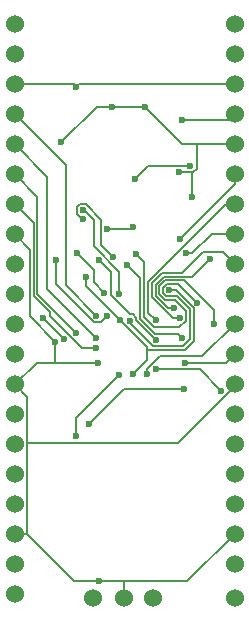
<source format=gbl>
%TF.GenerationSoftware,KiCad,Pcbnew,8.0.8*%
%TF.CreationDate,2025-02-11T11:30:28+05:30*%
%TF.ProjectId,my-template,6d792d74-656d-4706-9c61-74652e6b6963,rev?*%
%TF.SameCoordinates,Original*%
%TF.FileFunction,Copper,L2,Bot*%
%TF.FilePolarity,Positive*%
%FSLAX46Y46*%
G04 Gerber Fmt 4.6, Leading zero omitted, Abs format (unit mm)*
G04 Created by KiCad (PCBNEW 8.0.8) date 2025-02-11 11:30:28*
%MOMM*%
%LPD*%
G01*
G04 APERTURE LIST*
%TA.AperFunction,ComponentPad*%
%ADD10C,1.524000*%
%TD*%
%TA.AperFunction,ViaPad*%
%ADD11C,0.600000*%
%TD*%
%TA.AperFunction,Conductor*%
%ADD12C,0.150000*%
%TD*%
%ADD13C,0.350000*%
G04 APERTURE END LIST*
D10*
%TO.P,40_part2,1,Pin_1*%
%TO.N,/GPIO16*%
X149702600Y-111925600D03*
%TO.P,40_part2,2,Pin_2*%
%TO.N,/GPIO17*%
X149702600Y-109021600D03*
%TO.P,40_part2,3,Pin_3*%
%TO.N,GND*%
X149702600Y-106481600D03*
%TO.P,40_part2,4,Pin_4*%
%TO.N,/GPIO18*%
X149702600Y-103941600D03*
%TO.P,40_part2,5,Pin_5*%
%TO.N,/GPIO19*%
X149702600Y-101401600D03*
%TO.P,40_part2,6,Pin_6*%
%TO.N,/GPIO20*%
X149702600Y-98861600D03*
%TO.P,40_part2,7,Pin_7*%
%TO.N,/GPIO21*%
X149702600Y-96321600D03*
%TO.P,40_part2,8,Pin_8*%
%TO.N,GND*%
X149702600Y-93781600D03*
%TO.P,40_part2,9,Pin_9*%
%TO.N,/GPIO22*%
X149702600Y-91241600D03*
%TO.P,40_part2,10,Pin_10*%
%TO.N,/RUN*%
X149702600Y-88701600D03*
%TO.P,40_part2,11,Pin_11*%
%TO.N,/GPIO26_ADC0*%
X149702600Y-86161600D03*
%TO.P,40_part2,12,Pin_12*%
%TO.N,/GPIO27_ADC1*%
X149702600Y-83621600D03*
%TO.P,40_part2,13,Pin_13*%
%TO.N,GND*%
X149702600Y-81081600D03*
%TO.P,40_part2,14,Pin_14*%
%TO.N,/GPIO28_ADC2*%
X149702600Y-78541600D03*
%TO.P,40_part2,15,Pin_15*%
%TO.N,/ADC_VREF*%
X149702600Y-76001600D03*
%TO.P,40_part2,16,Pin_16*%
%TO.N,+3V3*%
X149702600Y-73461600D03*
%TO.P,40_part2,17,Pin_17*%
%TO.N,/3V3_EN*%
X149702600Y-70921600D03*
%TO.P,40_part2,18,Pin_18*%
%TO.N,GND*%
X149702600Y-68381600D03*
%TO.P,40_part2,19,Pin_19*%
%TO.N,VSYS*%
X149702600Y-65841600D03*
%TO.P,40_part2,20,Pin_20*%
%TO.N,VBUS*%
X149702600Y-63301600D03*
%TD*%
%TO.P,J2,1,Pin_1*%
%TO.N,/SWCLK*%
X137702600Y-111901600D03*
%TO.P,J2,2,Pin_2*%
%TO.N,GND*%
X140342600Y-111901600D03*
%TO.P,J2,3,Pin_3*%
%TO.N,/SWDIO*%
X142782600Y-111901600D03*
%TD*%
%TO.P,40_part1,1,Pin_1*%
%TO.N,/GPIO0*%
X131102600Y-63301600D03*
%TO.P,40_part1,2,Pin_2*%
%TO.N,/GPIO1*%
X131102600Y-65886600D03*
%TO.P,40_part1,3,Pin_3*%
%TO.N,GND*%
X131102600Y-68426600D03*
%TO.P,40_part1,4,Pin_4*%
%TO.N,/GPIO2*%
X131102600Y-70966600D03*
%TO.P,40_part1,5,Pin_5*%
%TO.N,/GPIO3*%
X131102600Y-73506600D03*
%TO.P,40_part1,6,Pin_6*%
%TO.N,/GPIO4*%
X131102600Y-76046600D03*
%TO.P,40_part1,7,Pin_7*%
%TO.N,/GPIO5*%
X131102600Y-78586600D03*
%TO.P,40_part1,8,Pin_8*%
%TO.N,GND*%
X131102600Y-81126600D03*
%TO.P,40_part1,9,Pin_9*%
%TO.N,/GPIO6*%
X131102600Y-83666600D03*
%TO.P,40_part1,10,Pin_10*%
%TO.N,/GPIO7*%
X131102600Y-86206600D03*
%TO.P,40_part1,11,Pin_11*%
%TO.N,/GPIO8*%
X131102600Y-88746600D03*
%TO.P,40_part1,12,Pin_12*%
%TO.N,/GPIO9*%
X131102600Y-91286600D03*
%TO.P,40_part1,13,Pin_13*%
%TO.N,GND*%
X131102600Y-93826600D03*
%TO.P,40_part1,14,Pin_14*%
%TO.N,/GPIO10*%
X131102600Y-96366600D03*
%TO.P,40_part1,15,Pin_15*%
%TO.N,/GPIO11*%
X131102600Y-98906600D03*
%TO.P,40_part1,16,Pin_16*%
%TO.N,/GPIO12*%
X131102600Y-101446600D03*
%TO.P,40_part1,17,Pin_17*%
%TO.N,/GPIO13*%
X131102600Y-103986600D03*
%TO.P,40_part1,18,Pin_18*%
%TO.N,GND*%
X131102600Y-106526600D03*
%TO.P,40_part1,19,Pin_19*%
%TO.N,/GPIO14*%
X131102600Y-109066600D03*
%TO.P,40_part1,20,Pin_20*%
%TO.N,/GPIO15*%
X131102600Y-111606600D03*
%TD*%
D11*
%TO.N,GND*%
X138209000Y-110505600D03*
X136302600Y-68630300D03*
X134526700Y-90196900D03*
X146549800Y-86914400D03*
X138093900Y-91998800D03*
X140845900Y-88448100D03*
X145551100Y-82737964D03*
%TO.N,/GPIO2*%
X137967900Y-88000600D03*
%TO.N,/GPIO3*%
X137965900Y-89896500D03*
%TO.N,/GPIO4*%
X136240100Y-89437000D03*
%TO.N,/GPIO5*%
X137970100Y-90756800D03*
%TO.N,/GPIO0*%
X135278500Y-90004500D03*
X133503300Y-88208600D03*
%TO.N,/ADC_VREF*%
X145048200Y-81492600D03*
%TO.N,/GPIO27_ADC1*%
X145069500Y-88201700D03*
%TO.N,+3V3*%
X137363768Y-97162768D03*
X145401400Y-94204000D03*
X146127000Y-77993800D03*
X144965700Y-75842000D03*
X139332200Y-70316800D03*
X135036600Y-73312500D03*
X142140000Y-70316800D03*
%TO.N,/RUN*%
X142302600Y-92946700D03*
%TO.N,/GPIO22*%
X145470900Y-91976500D03*
%TO.N,VSYS*%
X141227700Y-76420900D03*
X145964200Y-75315300D03*
%TO.N,/GPIO21*%
X148566900Y-94371300D03*
X143045200Y-92547600D03*
%TO.N,VBUS*%
X145237800Y-89873100D03*
X140621700Y-83753400D03*
%TO.N,/GPIO28_ADC2*%
X143033000Y-88413800D03*
%TO.N,/3V3_EN*%
X145272500Y-71452000D03*
%TO.N,+1V1*%
X140000000Y-88366300D03*
X141132200Y-92930500D03*
X137139700Y-84706200D03*
X144179200Y-85822200D03*
%TO.N,/XIN*%
X136287900Y-98207300D03*
X139902600Y-93040600D03*
%TO.N,/GPIO29_ADC3*%
X147602600Y-83177000D03*
X144539300Y-87349200D03*
%TO.N,/GPIO23*%
X141102600Y-80501600D03*
X138926400Y-80701600D03*
X147937800Y-88727300D03*
X141346300Y-82799500D03*
%TO.N,/GPIO25*%
X138196674Y-83313538D03*
X143042800Y-90060000D03*
%TO.N,/QSPI_SD2*%
X138668800Y-86045200D03*
X136392600Y-82735800D03*
%TO.N,/QSPI_SD3*%
X139902600Y-86192800D03*
X136874700Y-79091800D03*
%TO.N,/QSPI_SCLK*%
X134539700Y-83290200D03*
X138899500Y-88015600D03*
%TO.N,/QSPI_SD0*%
X139383300Y-83012900D03*
X136892600Y-79843800D03*
%TD*%
D12*
%TO.N,GND*%
X136551300Y-68381600D02*
X149702600Y-68381600D01*
X144930500Y-85295100D02*
X146549800Y-86914400D01*
X144903200Y-98779900D02*
X149702600Y-93980500D01*
X143615800Y-86054500D02*
X143615800Y-85637600D01*
X132930400Y-91998800D02*
X134526700Y-91998800D01*
X145334400Y-90586700D02*
X145930400Y-89990700D01*
X138209000Y-110505600D02*
X140342600Y-110505600D01*
X140342600Y-111901600D02*
X140342600Y-110505600D01*
X132139200Y-94863200D02*
X131102600Y-93826600D01*
X145930400Y-89990700D02*
X145930400Y-87466700D01*
X140845900Y-88448100D02*
X140846000Y-88448100D01*
X149702600Y-106481600D02*
X145678600Y-110505600D01*
X132139200Y-98779900D02*
X132139200Y-94863200D01*
X132139200Y-106526600D02*
X132139200Y-98779900D01*
X143615800Y-85637600D02*
X143958300Y-85295100D01*
X145551100Y-82737964D02*
X146117836Y-82737964D01*
X140846000Y-88448100D02*
X140846000Y-88614900D01*
X132393600Y-82417600D02*
X132393600Y-88063800D01*
X132393600Y-88063800D02*
X134526700Y-90196900D01*
X131102600Y-81126600D02*
X132393600Y-82417600D01*
X145930400Y-87466700D02*
X144818600Y-86354900D01*
X134526700Y-91998800D02*
X134526700Y-90196900D01*
X136302600Y-68630300D02*
X136551300Y-68381600D01*
X146117836Y-82737964D02*
X147774200Y-81081600D01*
X140846000Y-88614900D02*
X142817800Y-90586700D01*
X143958300Y-85295100D02*
X144930500Y-85295100D01*
X136098900Y-68426600D02*
X136302600Y-68630300D01*
X143916200Y-86354900D02*
X143615800Y-86054500D01*
X131102600Y-93826600D02*
X132930400Y-91998800D01*
X132139200Y-98779900D02*
X144903200Y-98779900D01*
X144818600Y-86354900D02*
X143916200Y-86354900D01*
X147774200Y-81081600D02*
X149702600Y-81081600D01*
X134526700Y-91998800D02*
X138093900Y-91998800D01*
X149702600Y-93980500D02*
X149702600Y-93781600D01*
X138209000Y-110505600D02*
X136118200Y-110505600D01*
X131102600Y-68426600D02*
X136098900Y-68426600D01*
X142817800Y-90586700D02*
X145334400Y-90586700D01*
X132139200Y-106526600D02*
X131102600Y-106526600D01*
X136118200Y-110505600D02*
X132139200Y-106526600D01*
X145678600Y-110505600D02*
X140342600Y-110505600D01*
%TO.N,/GPIO2*%
X135382600Y-85415300D02*
X137967900Y-88000600D01*
X135382600Y-75246600D02*
X135382600Y-85415300D01*
X131102600Y-70966600D02*
X135382600Y-75246600D01*
%TO.N,/GPIO3*%
X131102600Y-73506600D02*
X133843400Y-76247400D01*
X133843400Y-76247400D02*
X133843400Y-85774000D01*
X133843400Y-85774000D02*
X137965900Y-89896500D01*
%TO.N,/GPIO4*%
X132997000Y-77941000D02*
X131102600Y-76046600D01*
X136240100Y-89437000D02*
X132997000Y-86193900D01*
X132997000Y-86193900D02*
X132997000Y-77941000D01*
%TO.N,/GPIO5*%
X132695300Y-80179300D02*
X132695300Y-86337000D01*
X131102600Y-78586600D02*
X132695300Y-80179300D01*
X132695300Y-86337000D02*
X134041700Y-87683400D01*
X136794300Y-90756800D02*
X137970100Y-90756800D01*
X134041700Y-87683400D02*
X134041700Y-88004200D01*
X134041700Y-88004200D02*
X136794300Y-90756800D01*
%TO.N,/GPIO0*%
X135278500Y-89983800D02*
X135278500Y-90004500D01*
X133503300Y-88208600D02*
X135278500Y-89983800D01*
%TO.N,/ADC_VREF*%
X149702600Y-76001600D02*
X149702600Y-76838200D01*
X149702600Y-76838200D02*
X145048200Y-81492600D01*
%TO.N,/GPIO27_ADC1*%
X148725600Y-82644600D02*
X147001000Y-82644600D01*
X143583300Y-84390000D02*
X142710700Y-85262600D01*
X149702600Y-83621600D02*
X148725600Y-82644600D01*
X147001000Y-82644600D02*
X145255600Y-84390000D01*
X142710700Y-85262600D02*
X142710700Y-86429500D01*
X142710700Y-86429500D02*
X144482900Y-88201700D01*
X145255600Y-84390000D02*
X143583300Y-84390000D01*
X144482900Y-88201700D02*
X145069500Y-88201700D01*
%TO.N,+3V3*%
X145284800Y-73461600D02*
X142140000Y-70316800D01*
X146127000Y-75842000D02*
X146127000Y-77993800D01*
X139332200Y-70316800D02*
X138032300Y-70316800D01*
X149702600Y-73461600D02*
X146495600Y-73461600D01*
X137363768Y-97162768D02*
X140322536Y-94204000D01*
X146204700Y-75842000D02*
X146127000Y-75842000D01*
X146495600Y-73461600D02*
X146495600Y-75551100D01*
X142140000Y-70316800D02*
X139332200Y-70316800D01*
X140322536Y-94204000D02*
X145401400Y-94204000D01*
X146127000Y-75842000D02*
X144965700Y-75842000D01*
X146495600Y-75551100D02*
X146204700Y-75842000D01*
X138032300Y-70316800D02*
X135036600Y-73312500D01*
X146495600Y-73461600D02*
X145284800Y-73461600D01*
%TO.N,/RUN*%
X143381200Y-91447600D02*
X146956600Y-91447600D01*
X142302600Y-92526200D02*
X143381200Y-91447600D01*
X146956600Y-91447600D02*
X149702600Y-88701600D01*
X142302600Y-92946700D02*
X142302600Y-92526200D01*
%TO.N,/GPIO22*%
X148967700Y-91976500D02*
X145470900Y-91976500D01*
X149702600Y-91241600D02*
X148967700Y-91976500D01*
%TO.N,VSYS*%
X145964200Y-75315300D02*
X142333300Y-75315300D01*
X142333300Y-75315300D02*
X141227700Y-76420900D01*
%TO.N,/GPIO21*%
X148566900Y-94371300D02*
X146743200Y-92547600D01*
X146743200Y-92547600D02*
X143045200Y-92547600D01*
%TO.N,VBUS*%
X141692200Y-88253800D02*
X141692200Y-84823900D01*
X144897900Y-89533200D02*
X142971600Y-89533200D01*
X141692200Y-84823900D02*
X140621700Y-83753400D01*
X145237800Y-89873100D02*
X144897900Y-89533200D01*
X142971600Y-89533200D02*
X141692200Y-88253800D01*
%TO.N,/GPIO28_ADC2*%
X149005000Y-78541600D02*
X142409000Y-85137600D01*
X149702600Y-78541600D02*
X149005000Y-78541600D01*
X142409000Y-85137600D02*
X142409000Y-87789800D01*
X142409000Y-87789800D02*
X143033000Y-88413800D01*
%TO.N,/3V3_EN*%
X145272500Y-71452000D02*
X149172200Y-71452000D01*
X149172200Y-71452000D02*
X149702600Y-70921600D01*
%TO.N,+1V1*%
X142266000Y-90632300D02*
X140000000Y-88366300D01*
X142266000Y-90888400D02*
X145459400Y-90888400D01*
X137139700Y-85506000D02*
X137139700Y-84706200D01*
X145459400Y-90888400D02*
X146232100Y-90115700D01*
X140000000Y-88366300D02*
X137139700Y-85506000D01*
X146232100Y-90115700D02*
X146232100Y-87341700D01*
X141132200Y-92930500D02*
X142266000Y-91796700D01*
X142266000Y-90888400D02*
X142266000Y-90632300D01*
X144712600Y-85822200D02*
X144179200Y-85822200D01*
X142266000Y-91796700D02*
X142266000Y-90888400D01*
X146232100Y-87341700D02*
X144712600Y-85822200D01*
%TO.N,/XIN*%
X136287900Y-98207300D02*
X136287900Y-96655300D01*
X136287900Y-96655300D02*
X139902600Y-93040600D01*
%TO.N,/GPIO29_ADC3*%
X143708300Y-84691700D02*
X143012400Y-85387600D01*
X147602600Y-83177000D02*
X146087900Y-84691700D01*
X143012400Y-85387600D02*
X143012400Y-86304500D01*
X146087900Y-84691700D02*
X143708300Y-84691700D01*
X144057100Y-87349200D02*
X144539300Y-87349200D01*
X143012400Y-86304500D02*
X144057100Y-87349200D01*
%TO.N,/GPIO23*%
X142864600Y-88999500D02*
X141993900Y-88128800D01*
X141993900Y-88128800D02*
X141993900Y-83447100D01*
X143833300Y-84993400D02*
X143314100Y-85512600D01*
X145028300Y-88999500D02*
X142864600Y-88999500D01*
X144648600Y-86656600D02*
X145602300Y-87610300D01*
X141993900Y-83447100D02*
X141346300Y-82799500D01*
X143791200Y-86656600D02*
X144648600Y-86656600D01*
X140902600Y-80701600D02*
X141102600Y-80501600D01*
X145602300Y-88425500D02*
X145028300Y-88999500D01*
X138926400Y-80701600D02*
X140902600Y-80701600D01*
X147937800Y-88727300D02*
X147937800Y-87557500D01*
X143314100Y-86179500D02*
X143791200Y-86656600D01*
X145373700Y-84993400D02*
X143833300Y-84993400D01*
X145602300Y-87610300D02*
X145602300Y-88425500D01*
X143314100Y-85512600D02*
X143314100Y-86179500D01*
X147937800Y-87557500D02*
X145373700Y-84993400D01*
%TO.N,/GPIO25*%
X139195500Y-84312364D02*
X139195500Y-86254800D01*
X141082000Y-87903500D02*
X141390500Y-88212000D01*
X141390500Y-88212000D02*
X141390500Y-88407700D01*
X141390500Y-88407700D02*
X143042800Y-90060000D01*
X140844200Y-87903500D02*
X141082000Y-87903500D01*
X139195500Y-86254800D02*
X140844200Y-87903500D01*
X138196674Y-83313538D02*
X139195500Y-84312364D01*
%TO.N,/QSPI_SD2*%
X137770300Y-84113500D02*
X136392600Y-82735800D01*
X137770300Y-85146700D02*
X137770300Y-84113500D01*
X138668800Y-86045200D02*
X137770300Y-85146700D01*
%TO.N,/QSPI_SD3*%
X139902600Y-86192800D02*
X139902600Y-84277000D01*
X137762900Y-79945600D02*
X136909100Y-79091800D01*
X136909100Y-79091800D02*
X136874700Y-79091800D01*
X137762900Y-82137300D02*
X137762900Y-79945600D01*
X139902600Y-84277000D02*
X137762900Y-82137300D01*
%TO.N,/QSPI_SCLK*%
X138899500Y-88015600D02*
X138352100Y-88563000D01*
X138352100Y-88563000D02*
X137785500Y-88563000D01*
X134539700Y-85317200D02*
X134539700Y-83290200D01*
X137785500Y-88563000D02*
X134539700Y-85317200D01*
%TO.N,/QSPI_SD0*%
X136629100Y-78565000D02*
X136347900Y-78846200D01*
X138401400Y-79868500D02*
X137097900Y-78565000D01*
X138401400Y-82031000D02*
X138401400Y-79868500D01*
X137097900Y-78565000D02*
X136629100Y-78565000D01*
X136347900Y-78846200D02*
X136347900Y-79371600D01*
X136347900Y-79371600D02*
X136820100Y-79843800D01*
X139383300Y-83012900D02*
X138401400Y-82031000D01*
X136820100Y-79843800D02*
X136892600Y-79843800D01*
%TD*%
D13*
X138209000Y-110505600D03*
X136302600Y-68630300D03*
X134526700Y-90196900D03*
X146549800Y-86914400D03*
X138093900Y-91998800D03*
X140845900Y-88448100D03*
X145551100Y-82737964D03*
X137967900Y-88000600D03*
X137965900Y-89896500D03*
X136240100Y-89437000D03*
X137970100Y-90756800D03*
X135278500Y-90004500D03*
X133503300Y-88208600D03*
X145048200Y-81492600D03*
X145069500Y-88201700D03*
X137363768Y-97162768D03*
X145401400Y-94204000D03*
X146127000Y-77993800D03*
X144965700Y-75842000D03*
X139332200Y-70316800D03*
X135036600Y-73312500D03*
X142140000Y-70316800D03*
X142302600Y-92946700D03*
X145470900Y-91976500D03*
X141227700Y-76420900D03*
X145964200Y-75315300D03*
X148566900Y-94371300D03*
X143045200Y-92547600D03*
X145237800Y-89873100D03*
X140621700Y-83753400D03*
X143033000Y-88413800D03*
X145272500Y-71452000D03*
X140000000Y-88366300D03*
X141132200Y-92930500D03*
X137139700Y-84706200D03*
X144179200Y-85822200D03*
X136287900Y-98207300D03*
X139902600Y-93040600D03*
X147602600Y-83177000D03*
X144539300Y-87349200D03*
X141102600Y-80501600D03*
X138926400Y-80701600D03*
X147937800Y-88727300D03*
X141346300Y-82799500D03*
X138196674Y-83313538D03*
X143042800Y-90060000D03*
X138668800Y-86045200D03*
X136392600Y-82735800D03*
X139902600Y-86192800D03*
X136874700Y-79091800D03*
X134539700Y-83290200D03*
X138899500Y-88015600D03*
X139383300Y-83012900D03*
X136892600Y-79843800D03*
X149702600Y-111925600D03*
X149702600Y-109021600D03*
X149702600Y-106481600D03*
X149702600Y-103941600D03*
X149702600Y-101401600D03*
X149702600Y-98861600D03*
X149702600Y-96321600D03*
X149702600Y-93781600D03*
X149702600Y-91241600D03*
X149702600Y-88701600D03*
X149702600Y-86161600D03*
X149702600Y-83621600D03*
X149702600Y-81081600D03*
X149702600Y-78541600D03*
X149702600Y-76001600D03*
X149702600Y-73461600D03*
X149702600Y-70921600D03*
X149702600Y-68381600D03*
X149702600Y-65841600D03*
X149702600Y-63301600D03*
X137702600Y-111901600D03*
X140342600Y-111901600D03*
X142782600Y-111901600D03*
X131102600Y-63301600D03*
X131102600Y-65886600D03*
X131102600Y-68426600D03*
X131102600Y-70966600D03*
X131102600Y-73506600D03*
X131102600Y-76046600D03*
X131102600Y-78586600D03*
X131102600Y-81126600D03*
X131102600Y-83666600D03*
X131102600Y-86206600D03*
X131102600Y-88746600D03*
X131102600Y-91286600D03*
X131102600Y-93826600D03*
X131102600Y-96366600D03*
X131102600Y-98906600D03*
X131102600Y-101446600D03*
X131102600Y-103986600D03*
X131102600Y-106526600D03*
X131102600Y-109066600D03*
X131102600Y-111606600D03*
M02*

</source>
